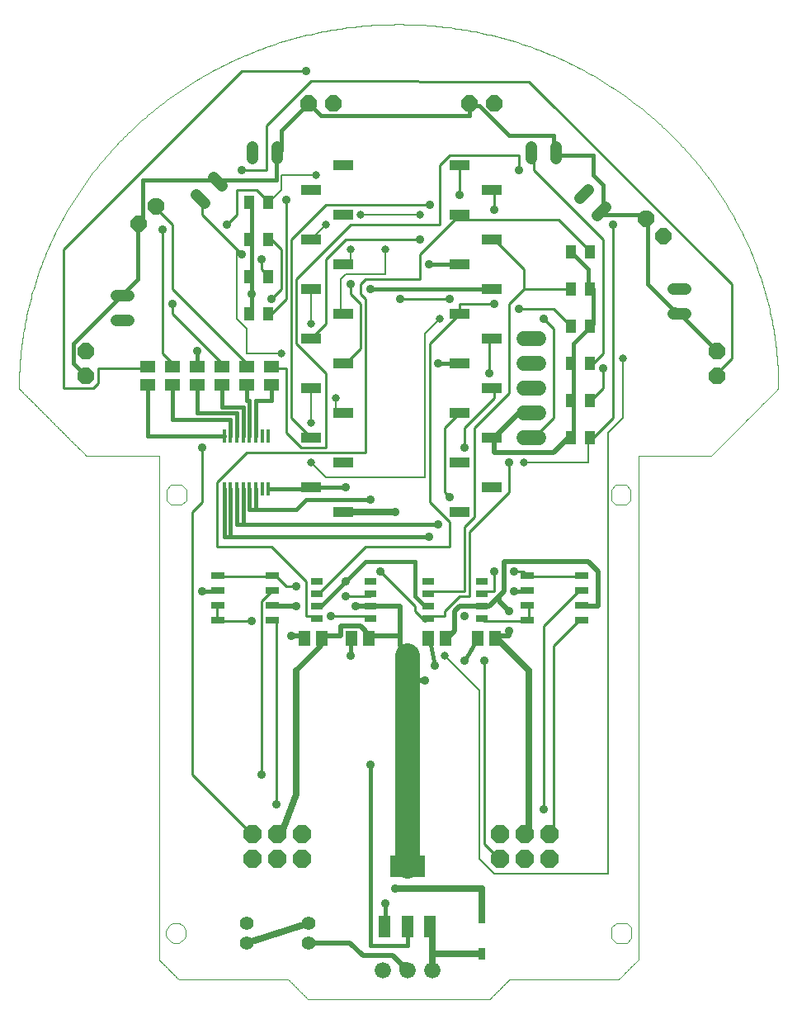
<source format=gtl>
G75*
G70*
%OFA0B0*%
%FSLAX24Y24*%
%IPPOS*%
%LPD*%
%AMOC8*
5,1,8,0,0,1.08239X$1,22.5*
%
%ADD10C,0.0000*%
%ADD11R,0.0500X0.0250*%
%ADD12R,0.0551X0.0315*%
%ADD13OC8,0.0740*%
%ADD14R,0.0512X0.0591*%
%ADD15C,0.0600*%
%ADD16C,0.0560*%
%ADD17C,0.0660*%
%ADD18R,0.0138X0.0563*%
%ADD19R,0.0630X0.0512*%
%ADD20OC8,0.0660*%
%ADD21C,0.0480*%
%ADD22R,0.0433X0.0551*%
%ADD23C,0.0132*%
%ADD24R,0.0790X0.0390*%
%ADD25R,0.0276X0.0472*%
%ADD26R,0.0480X0.0880*%
%ADD27R,0.1417X0.0866*%
%ADD28C,0.0160*%
%ADD29C,0.0356*%
%ADD30C,0.0150*%
%ADD31C,0.0360*%
%ADD32C,0.0200*%
%ADD33C,0.0100*%
%ADD34C,0.0250*%
%ADD35C,0.1000*%
%ADD36C,0.0500*%
%ADD37C,0.0080*%
%ADD38C,0.0320*%
D10*
X007661Y002111D02*
X007661Y022468D01*
X004701Y022468D01*
X004659Y022510D01*
X004617Y022553D01*
X004490Y022680D01*
X004448Y022722D01*
X004406Y022764D01*
X004363Y022806D01*
X004321Y022849D01*
X004279Y022891D01*
X004237Y022933D01*
X004152Y023018D01*
X004110Y023060D01*
X004067Y023102D01*
X003983Y023187D01*
X003941Y023229D01*
X003898Y023271D01*
X003856Y023313D01*
X003814Y023356D01*
X003772Y023398D01*
X003729Y023440D01*
X003687Y023482D01*
X003645Y023525D01*
X003603Y023567D01*
X003560Y023609D01*
X003476Y023694D01*
X003433Y023736D01*
X003391Y023778D01*
X003307Y023863D01*
X003264Y023905D01*
X003222Y023947D01*
X003180Y023990D01*
X003138Y024032D01*
X003095Y024074D01*
X003053Y024117D01*
X002969Y024201D01*
X002926Y024243D01*
X002884Y024286D01*
X002842Y024328D01*
X002799Y024370D01*
X002757Y024412D01*
X002715Y024455D01*
X002673Y024497D01*
X002630Y024539D01*
X002588Y024581D01*
X002546Y024624D01*
X002504Y024666D01*
X002461Y024708D01*
X002419Y024750D01*
X002377Y024793D01*
X002335Y024835D01*
X002292Y024877D01*
X002208Y024962D01*
X002166Y025004D01*
X002123Y025046D01*
X002081Y025089D01*
X002039Y025131D01*
X001996Y025173D01*
X001996Y025300D01*
X001998Y025426D01*
X002001Y025552D01*
X002005Y025679D01*
X002010Y025804D01*
X002016Y025930D01*
X002023Y026055D01*
X002031Y026180D01*
X002041Y026304D01*
X002051Y026429D01*
X002063Y026553D01*
X002076Y026676D01*
X002089Y026800D01*
X002103Y026923D01*
X002120Y027045D01*
X002136Y027168D01*
X002154Y027290D01*
X002173Y027412D01*
X002193Y027533D01*
X002214Y027655D01*
X002236Y027775D01*
X002259Y027896D01*
X002283Y028016D01*
X002308Y028136D01*
X002334Y028255D01*
X002361Y028374D01*
X002389Y028493D01*
X002418Y028611D01*
X002448Y028729D01*
X002480Y028847D01*
X002511Y028964D01*
X002544Y029081D01*
X002579Y029197D01*
X002613Y029314D01*
X002649Y029429D01*
X002686Y029544D01*
X002724Y029660D01*
X002763Y029774D01*
X002803Y029888D01*
X002843Y030002D01*
X002885Y030115D01*
X002928Y030227D01*
X002971Y030340D01*
X003015Y030452D01*
X003061Y030563D01*
X003107Y030674D01*
X003154Y030785D01*
X003203Y030895D01*
X003251Y031005D01*
X003301Y031114D01*
X003352Y031223D01*
X003404Y031331D01*
X003456Y031439D01*
X003510Y031546D01*
X003564Y031653D01*
X003619Y031760D01*
X003676Y031865D01*
X003732Y031971D01*
X003790Y032076D01*
X003849Y032180D01*
X003908Y032284D01*
X003968Y032387D01*
X004030Y032490D01*
X004092Y032593D01*
X004154Y032694D01*
X004218Y032795D01*
X004283Y032897D01*
X004348Y032997D01*
X004414Y033096D01*
X004481Y033196D01*
X004549Y033294D01*
X004618Y033392D01*
X004687Y033490D01*
X004757Y033586D01*
X004828Y033683D01*
X004900Y033779D01*
X004972Y033874D01*
X005119Y034063D01*
X005194Y034156D01*
X005270Y034248D01*
X005346Y034341D01*
X005423Y034433D01*
X005501Y034523D01*
X005580Y034614D01*
X005659Y034704D01*
X005739Y034793D01*
X005820Y034882D01*
X005901Y034970D01*
X006066Y035144D01*
X006150Y035230D01*
X006235Y035315D01*
X006319Y035400D01*
X006405Y035484D01*
X006492Y035567D01*
X006579Y035650D01*
X006667Y035732D01*
X006755Y035814D01*
X006844Y035895D01*
X006934Y035975D01*
X007025Y036054D01*
X007116Y036133D01*
X007208Y036211D01*
X007301Y036288D01*
X007393Y036365D01*
X007487Y036441D01*
X007582Y036516D01*
X007677Y036591D01*
X007772Y036665D01*
X007869Y036738D01*
X007966Y036810D01*
X008063Y036882D01*
X008162Y036952D01*
X008260Y037023D01*
X008360Y037092D01*
X008460Y037161D01*
X008560Y037229D01*
X008661Y037296D01*
X008764Y037362D01*
X008866Y037428D01*
X008969Y037493D01*
X009072Y037557D01*
X009176Y037621D01*
X009281Y037683D01*
X009386Y037745D01*
X009492Y037806D01*
X009598Y037866D01*
X009812Y037984D01*
X009920Y038042D01*
X010029Y038098D01*
X010138Y038155D01*
X010247Y038210D01*
X010358Y038264D01*
X010468Y038319D01*
X010579Y038372D01*
X010691Y038423D01*
X010803Y038475D01*
X010915Y038525D01*
X011029Y038574D01*
X011142Y038623D01*
X011256Y038671D01*
X011371Y038717D01*
X011486Y038764D01*
X011601Y038809D01*
X011717Y038853D01*
X011833Y038897D01*
X011950Y038939D01*
X012068Y038981D01*
X012185Y039022D01*
X012304Y039062D01*
X012541Y039139D01*
X012661Y039176D01*
X012781Y039212D01*
X012901Y039248D01*
X013022Y039282D01*
X013143Y039315D01*
X013265Y039348D01*
X013387Y039380D01*
X013509Y039410D01*
X013632Y039440D01*
X013755Y039469D01*
X013879Y039496D01*
X014003Y039524D01*
X014127Y039549D01*
X014252Y039574D01*
X014377Y039599D01*
X014502Y039621D01*
X014628Y039643D01*
X014754Y039665D01*
X014881Y039685D01*
X015008Y039703D01*
X015135Y039722D01*
X015262Y039739D01*
X015390Y039755D01*
X015518Y039770D01*
X015647Y039784D01*
X015776Y039797D01*
X015905Y039809D01*
X016034Y039820D01*
X016164Y039830D01*
X016294Y039839D01*
X016425Y039847D01*
X016555Y039854D01*
X016686Y039860D01*
X016817Y039865D01*
X016949Y039868D01*
X017081Y039871D01*
X017213Y039873D01*
X017345Y039873D01*
X017330Y039873D02*
X017462Y039873D01*
X017594Y039871D01*
X017726Y039868D01*
X017857Y039865D01*
X017989Y039860D01*
X018120Y039854D01*
X018250Y039847D01*
X018381Y039839D01*
X018511Y039830D01*
X018640Y039820D01*
X018770Y039809D01*
X018899Y039797D01*
X019028Y039784D01*
X019157Y039770D01*
X019285Y039755D01*
X019413Y039739D01*
X019540Y039722D01*
X019667Y039703D01*
X019794Y039685D01*
X019921Y039665D01*
X020047Y039643D01*
X020173Y039621D01*
X020298Y039599D01*
X020423Y039574D01*
X020548Y039549D01*
X020672Y039524D01*
X020796Y039496D01*
X020920Y039469D01*
X021043Y039440D01*
X021288Y039380D01*
X021410Y039348D01*
X021532Y039315D01*
X021653Y039282D01*
X021774Y039248D01*
X021894Y039212D01*
X022014Y039176D01*
X022134Y039139D01*
X022371Y039062D01*
X022490Y039022D01*
X022725Y038939D01*
X022842Y038897D01*
X022958Y038853D01*
X023074Y038809D01*
X023189Y038764D01*
X023304Y038717D01*
X023419Y038671D01*
X023533Y038623D01*
X023646Y038574D01*
X023760Y038525D01*
X023872Y038475D01*
X023984Y038423D01*
X024096Y038372D01*
X024207Y038319D01*
X024317Y038264D01*
X024428Y038210D01*
X024537Y038155D01*
X024646Y038098D01*
X024755Y038042D01*
X024863Y037984D01*
X025077Y037866D01*
X025183Y037806D01*
X025289Y037745D01*
X025394Y037683D01*
X025499Y037621D01*
X025603Y037557D01*
X025706Y037493D01*
X025809Y037428D01*
X025911Y037362D01*
X026013Y037296D01*
X026115Y037229D01*
X026215Y037161D01*
X026315Y037092D01*
X026415Y037023D01*
X026513Y036952D01*
X026612Y036882D01*
X026709Y036810D01*
X026806Y036738D01*
X026903Y036665D01*
X026998Y036591D01*
X027093Y036516D01*
X027188Y036441D01*
X027282Y036365D01*
X027374Y036288D01*
X027467Y036211D01*
X027559Y036133D01*
X027650Y036054D01*
X027741Y035975D01*
X027831Y035895D01*
X027920Y035814D01*
X028008Y035732D01*
X028096Y035650D01*
X028183Y035567D01*
X028270Y035484D01*
X028356Y035400D01*
X028440Y035315D01*
X028525Y035230D01*
X028609Y035144D01*
X028691Y035057D01*
X028774Y034970D01*
X028855Y034882D01*
X028936Y034793D01*
X029016Y034704D01*
X029095Y034614D01*
X029174Y034523D01*
X029252Y034433D01*
X029329Y034341D01*
X029405Y034248D01*
X029481Y034156D01*
X029556Y034063D01*
X029629Y033968D01*
X029703Y033874D01*
X029775Y033779D01*
X029918Y033586D01*
X029988Y033490D01*
X030057Y033392D01*
X030126Y033294D01*
X030194Y033196D01*
X030260Y033096D01*
X030327Y032997D01*
X030392Y032897D01*
X030521Y032694D01*
X030583Y032593D01*
X030645Y032490D01*
X030707Y032387D01*
X030767Y032284D01*
X030826Y032180D01*
X030885Y032076D01*
X030943Y031971D01*
X030999Y031865D01*
X031056Y031760D01*
X031111Y031653D01*
X031165Y031546D01*
X031219Y031439D01*
X031271Y031331D01*
X031323Y031223D01*
X031374Y031114D01*
X031424Y031005D01*
X031521Y030785D01*
X031568Y030674D01*
X031614Y030563D01*
X031660Y030452D01*
X031704Y030340D01*
X031790Y030115D01*
X031832Y030002D01*
X031872Y029888D01*
X031912Y029774D01*
X031951Y029660D01*
X031988Y029544D01*
X032026Y029429D01*
X032062Y029314D01*
X032096Y029197D01*
X032131Y029081D01*
X032164Y028964D01*
X032195Y028847D01*
X032227Y028729D01*
X032257Y028611D01*
X032285Y028493D01*
X032314Y028374D01*
X032341Y028255D01*
X032367Y028136D01*
X032392Y028016D01*
X032416Y027896D01*
X032439Y027775D01*
X032461Y027655D01*
X032482Y027533D01*
X032502Y027412D01*
X032521Y027290D01*
X032539Y027168D01*
X032555Y027045D01*
X032571Y026923D01*
X032586Y026800D01*
X032599Y026676D01*
X032612Y026553D01*
X032624Y026429D01*
X032634Y026304D01*
X032644Y026180D01*
X032652Y026055D01*
X032658Y025930D01*
X032665Y025804D01*
X032670Y025679D01*
X032673Y025552D01*
X032677Y025426D01*
X032678Y025300D01*
X032678Y025173D01*
X032636Y025131D01*
X032594Y025089D01*
X032552Y025046D01*
X032509Y025004D01*
X032467Y024962D01*
X032425Y024919D01*
X032383Y024877D01*
X032340Y024835D01*
X032298Y024793D01*
X032256Y024750D01*
X032213Y024708D01*
X032171Y024666D01*
X032129Y024624D01*
X032087Y024581D01*
X032044Y024539D01*
X031960Y024455D01*
X031918Y024412D01*
X031875Y024370D01*
X031791Y024286D01*
X031749Y024243D01*
X031706Y024201D01*
X031664Y024159D01*
X031622Y024117D01*
X031579Y024074D01*
X031537Y024032D01*
X031495Y023990D01*
X031453Y023947D01*
X031410Y023905D01*
X031368Y023863D01*
X031326Y023821D01*
X031284Y023778D01*
X031241Y023736D01*
X031199Y023694D01*
X031157Y023652D01*
X031115Y023609D01*
X031030Y023525D01*
X030988Y023482D01*
X030946Y023440D01*
X030903Y023398D01*
X030861Y023356D01*
X030819Y023313D01*
X030777Y023271D01*
X030734Y023229D01*
X030692Y023187D01*
X030650Y023144D01*
X030607Y023102D01*
X030565Y023060D01*
X030523Y023018D01*
X030481Y022975D01*
X030438Y022933D01*
X030396Y022891D01*
X030354Y022849D01*
X030269Y022764D01*
X030227Y022722D01*
X030185Y022680D01*
X030143Y022637D01*
X030100Y022595D01*
X030058Y022553D01*
X030016Y022510D01*
X029973Y022468D01*
X027014Y022468D01*
X027014Y002111D01*
X027001Y002099D01*
X026989Y002087D01*
X026965Y002062D01*
X026952Y002050D01*
X026940Y002038D01*
X026928Y002025D01*
X026903Y002001D01*
X026891Y001989D01*
X026879Y001976D01*
X026854Y001952D01*
X026842Y001940D01*
X026830Y001927D01*
X026817Y001915D01*
X026805Y001903D01*
X026793Y001890D01*
X026756Y001854D01*
X026744Y001842D01*
X026732Y001829D01*
X026707Y001805D01*
X026695Y001792D01*
X026683Y001780D01*
X026646Y001743D01*
X026634Y001731D01*
X026621Y001719D01*
X026609Y001707D01*
X026597Y001694D01*
X026572Y001670D01*
X026560Y001658D01*
X026548Y001645D01*
X026536Y001633D01*
X026511Y001609D01*
X026499Y001596D01*
X026486Y001584D01*
X026474Y001572D01*
X026462Y001560D01*
X026450Y001547D01*
X026437Y001535D01*
X026425Y001523D01*
X026413Y001511D01*
X026401Y001498D01*
X026388Y001486D01*
X026352Y001449D01*
X026339Y001437D01*
X026315Y001413D01*
X026303Y001400D01*
X026266Y001364D01*
X026254Y001351D01*
X026241Y001339D01*
X026229Y001327D01*
X021812Y001327D01*
X021799Y001314D01*
X021787Y001301D01*
X021774Y001288D01*
X021761Y001276D01*
X021748Y001263D01*
X021735Y001250D01*
X021722Y001237D01*
X021697Y001211D01*
X021684Y001198D01*
X021658Y001173D01*
X021645Y001160D01*
X021633Y001147D01*
X021620Y001134D01*
X021594Y001109D01*
X021581Y001096D01*
X021568Y001083D01*
X021543Y001057D01*
X021517Y001032D01*
X021491Y001006D01*
X021479Y000993D01*
X021466Y000980D01*
X021453Y000968D01*
X021440Y000955D01*
X021427Y000942D01*
X021414Y000929D01*
X021389Y000903D01*
X021376Y000891D01*
X021363Y000878D01*
X021350Y000865D01*
X021337Y000852D01*
X021325Y000839D01*
X021312Y000826D01*
X021286Y000801D01*
X021261Y000775D01*
X021235Y000750D01*
X021222Y000737D01*
X021209Y000724D01*
X021184Y000698D01*
X021171Y000685D01*
X021158Y000672D01*
X021132Y000647D01*
X021107Y000621D01*
X021094Y000608D01*
X021081Y000596D01*
X021068Y000583D01*
X021055Y000570D01*
X021042Y000557D01*
X021030Y000544D01*
X021017Y000531D01*
X021004Y000519D01*
X020991Y000506D01*
X013684Y000506D01*
X013671Y000519D01*
X013658Y000531D01*
X013645Y000544D01*
X013632Y000557D01*
X013620Y000570D01*
X013607Y000583D01*
X013594Y000596D01*
X013581Y000608D01*
X013568Y000621D01*
X013555Y000634D01*
X013543Y000647D01*
X013530Y000660D01*
X013517Y000672D01*
X013504Y000685D01*
X013491Y000698D01*
X013478Y000711D01*
X013466Y000724D01*
X013453Y000737D01*
X013440Y000750D01*
X013414Y000775D01*
X013401Y000788D01*
X013389Y000801D01*
X013376Y000814D01*
X013363Y000826D01*
X013337Y000852D01*
X013325Y000865D01*
X013312Y000878D01*
X013299Y000891D01*
X013286Y000903D01*
X013273Y000916D01*
X013260Y000929D01*
X013247Y000942D01*
X013222Y000968D01*
X013209Y000980D01*
X013196Y000993D01*
X013183Y001006D01*
X013171Y001019D01*
X013158Y001032D01*
X013145Y001045D01*
X013132Y001057D01*
X013106Y001083D01*
X013094Y001096D01*
X013081Y001109D01*
X013055Y001134D01*
X013042Y001147D01*
X013029Y001160D01*
X013017Y001173D01*
X013004Y001186D01*
X012991Y001198D01*
X012978Y001211D01*
X012965Y001224D01*
X012952Y001237D01*
X012940Y001250D01*
X012927Y001263D01*
X012914Y001276D01*
X012901Y001288D01*
X012888Y001301D01*
X012875Y001314D01*
X012863Y001327D01*
X008446Y001327D01*
X008434Y001339D01*
X008421Y001351D01*
X008409Y001364D01*
X008372Y001400D01*
X008360Y001413D01*
X008348Y001425D01*
X008335Y001437D01*
X008323Y001449D01*
X008299Y001474D01*
X008286Y001486D01*
X008274Y001498D01*
X008262Y001511D01*
X008250Y001523D01*
X008237Y001535D01*
X008225Y001547D01*
X008213Y001560D01*
X008201Y001572D01*
X008188Y001584D01*
X008176Y001596D01*
X008164Y001609D01*
X008139Y001633D01*
X008127Y001645D01*
X008115Y001658D01*
X008078Y001694D01*
X008066Y001707D01*
X008041Y001731D01*
X008029Y001743D01*
X007992Y001780D01*
X007980Y001792D01*
X007968Y001805D01*
X007943Y001829D01*
X007931Y001842D01*
X007919Y001854D01*
X007882Y001890D01*
X007870Y001903D01*
X007857Y001915D01*
X007845Y001927D01*
X007833Y001940D01*
X007821Y001952D01*
X007796Y001976D01*
X007784Y001989D01*
X007772Y002001D01*
X007747Y002025D01*
X007735Y002038D01*
X007723Y002050D01*
X007710Y002062D01*
X007686Y002087D01*
X007674Y002099D01*
X007661Y002111D01*
X008130Y002844D02*
X008059Y002915D01*
X007988Y002987D01*
X007943Y003085D01*
X007943Y003302D01*
X007988Y003401D01*
X008059Y003472D01*
X008130Y003543D01*
X008228Y003587D01*
X008446Y003587D01*
X008544Y003543D01*
X008616Y003472D01*
X008687Y003401D01*
X008731Y003302D01*
X008731Y003085D01*
X008687Y002987D01*
X008616Y002915D01*
X008544Y002844D01*
X008446Y002800D01*
X008228Y002800D01*
X008130Y002844D01*
X008143Y020491D02*
X007966Y020667D01*
X007966Y021102D01*
X008143Y021278D01*
X008578Y021278D01*
X008754Y021102D01*
X008754Y020667D01*
X008578Y020491D01*
X008143Y020491D01*
X025921Y020667D02*
X025921Y021102D01*
X026097Y021278D01*
X026532Y021278D01*
X026708Y021102D01*
X026708Y020667D01*
X026532Y020491D01*
X026097Y020491D01*
X025921Y020667D01*
X026120Y003587D02*
X025944Y003411D01*
X025944Y002976D01*
X026120Y002800D01*
X026555Y002800D01*
X026731Y002976D01*
X026731Y003411D01*
X026555Y003587D01*
X026120Y003587D01*
D11*
X020680Y015880D03*
X020680Y016380D03*
X020680Y016880D03*
X020680Y017380D03*
X018520Y017380D03*
X018520Y016880D03*
X018520Y016380D03*
X018520Y015880D03*
X016180Y015880D03*
X016180Y016380D03*
X016180Y016880D03*
X016180Y017380D03*
X014020Y017380D03*
X014020Y016880D03*
X014020Y016380D03*
X014020Y015880D03*
D12*
X012241Y015806D03*
X012241Y016408D03*
X012241Y017011D03*
X012241Y017613D03*
X010036Y017613D03*
X010036Y017011D03*
X010036Y016408D03*
X010036Y015806D03*
X022536Y015806D03*
X022536Y016408D03*
X022536Y017011D03*
X022536Y017613D03*
X024741Y017613D03*
X024741Y017011D03*
X024741Y016408D03*
X024741Y015806D03*
D13*
X023430Y007180D03*
X023430Y006180D03*
X022430Y006180D03*
X022430Y007180D03*
X021430Y007180D03*
X021430Y006180D03*
X013430Y006180D03*
X013430Y007180D03*
X012430Y007180D03*
X012430Y006180D03*
X011430Y006180D03*
X011430Y007180D03*
D14*
X013545Y015080D03*
X014215Y015080D03*
X015445Y015080D03*
X016115Y015080D03*
X018545Y015080D03*
X019215Y015080D03*
X020545Y015080D03*
X021215Y015080D03*
D15*
X022380Y023180D02*
X022980Y023180D01*
X022980Y024180D02*
X022380Y024180D01*
X022380Y025180D02*
X022980Y025180D01*
X022980Y026180D02*
X022380Y026180D01*
X022380Y027180D02*
X022980Y027180D01*
D16*
X013680Y003574D03*
X013680Y002786D03*
X011180Y002786D03*
X011180Y003574D03*
D17*
X016680Y001680D03*
X017680Y001680D03*
X018680Y001680D03*
D18*
X012076Y021117D03*
X011820Y021117D03*
X011564Y021117D03*
X011308Y021117D03*
X011052Y021117D03*
X010796Y021117D03*
X010540Y021117D03*
X010284Y021117D03*
X010284Y023243D03*
X010540Y023243D03*
X010796Y023243D03*
X011052Y023243D03*
X011308Y023243D03*
X011564Y023243D03*
X011820Y023243D03*
X012076Y023243D03*
D19*
X012180Y025306D03*
X012180Y026054D03*
X011180Y026054D03*
X011180Y025306D03*
X010180Y025306D03*
X010180Y026054D03*
X009180Y026054D03*
X009180Y025306D03*
X008180Y025306D03*
X008180Y026054D03*
X007180Y026054D03*
X007180Y025306D03*
D20*
X004680Y025680D03*
X004680Y026680D03*
X013680Y036680D03*
X014680Y036680D03*
X020180Y036680D03*
X021180Y036680D03*
X030180Y026680D03*
X030180Y025680D03*
D21*
X028920Y028180D02*
X028440Y028180D01*
X028440Y029180D02*
X028920Y029180D01*
X025703Y032496D02*
X025364Y032157D01*
X024657Y032864D02*
X024996Y033203D01*
X023680Y034440D02*
X023680Y034920D01*
X022680Y034920D02*
X022680Y034440D01*
X012430Y034440D02*
X012430Y034920D01*
X011430Y034920D02*
X011430Y034440D01*
X010203Y033364D02*
X009864Y033703D01*
X009157Y032996D02*
X009496Y032657D01*
X006420Y028930D02*
X005940Y028930D01*
X005940Y027930D02*
X006420Y027930D01*
D22*
X011286Y028180D03*
X012074Y028180D03*
X012074Y029680D03*
X011286Y029680D03*
X011286Y031180D03*
X012074Y031180D03*
X012074Y032680D03*
X011286Y032680D03*
X024286Y030680D03*
X025074Y030680D03*
X025074Y029180D03*
X024286Y029180D03*
X024286Y027680D03*
X025074Y027680D03*
X025074Y026180D03*
X024286Y026180D03*
X024286Y024680D03*
X025074Y024680D03*
X025074Y023180D03*
X024286Y023180D03*
D23*
X028077Y031129D02*
X028143Y031063D01*
X027925Y031063D01*
X027771Y031217D01*
X027771Y031435D01*
X027925Y031589D01*
X028143Y031589D01*
X028297Y031435D01*
X028297Y031217D01*
X028143Y031063D01*
X028102Y031162D01*
X027966Y031162D01*
X027870Y031258D01*
X027870Y031394D01*
X027966Y031490D01*
X028102Y031490D01*
X028198Y031394D01*
X028198Y031258D01*
X028102Y031162D01*
X028061Y031261D01*
X028007Y031261D01*
X027969Y031299D01*
X027969Y031353D01*
X028007Y031391D01*
X028061Y031391D01*
X028099Y031353D01*
X028099Y031299D01*
X028061Y031261D01*
X027369Y031837D02*
X027435Y031771D01*
X027217Y031771D01*
X027063Y031925D01*
X027063Y032143D01*
X027217Y032297D01*
X027435Y032297D01*
X027589Y032143D01*
X027589Y031925D01*
X027435Y031771D01*
X027394Y031870D01*
X027258Y031870D01*
X027162Y031966D01*
X027162Y032102D01*
X027258Y032198D01*
X027394Y032198D01*
X027490Y032102D01*
X027490Y031966D01*
X027394Y031870D01*
X027353Y031969D01*
X027299Y031969D01*
X027261Y032007D01*
X027261Y032061D01*
X027299Y032099D01*
X027353Y032099D01*
X027391Y032061D01*
X027391Y032007D01*
X027353Y031969D01*
X007731Y032577D02*
X007797Y032643D01*
X007797Y032425D01*
X007643Y032271D01*
X007425Y032271D01*
X007271Y032425D01*
X007271Y032643D01*
X007425Y032797D01*
X007643Y032797D01*
X007797Y032643D01*
X007698Y032602D01*
X007698Y032466D01*
X007602Y032370D01*
X007466Y032370D01*
X007370Y032466D01*
X007370Y032602D01*
X007466Y032698D01*
X007602Y032698D01*
X007698Y032602D01*
X007599Y032561D01*
X007599Y032507D01*
X007561Y032469D01*
X007507Y032469D01*
X007469Y032507D01*
X007469Y032561D01*
X007507Y032599D01*
X007561Y032599D01*
X007599Y032561D01*
X007023Y031869D02*
X007089Y031935D01*
X007089Y031717D01*
X006935Y031563D01*
X006717Y031563D01*
X006563Y031717D01*
X006563Y031935D01*
X006717Y032089D01*
X006935Y032089D01*
X007089Y031935D01*
X006990Y031894D01*
X006990Y031758D01*
X006894Y031662D01*
X006758Y031662D01*
X006662Y031758D01*
X006662Y031894D01*
X006758Y031990D01*
X006894Y031990D01*
X006990Y031894D01*
X006891Y031853D01*
X006891Y031799D01*
X006853Y031761D01*
X006799Y031761D01*
X006761Y031799D01*
X006761Y031853D01*
X006799Y031891D01*
X006853Y031891D01*
X006891Y031853D01*
D24*
X013780Y031180D03*
X015080Y030180D03*
X013780Y029180D03*
X015080Y028180D03*
X013780Y027180D03*
X015080Y026180D03*
X013780Y025180D03*
X015080Y024180D03*
X013780Y023180D03*
X015080Y022180D03*
X013780Y021180D03*
X015080Y020180D03*
X019780Y020180D03*
X021080Y021180D03*
X019780Y022180D03*
X021080Y023180D03*
X019780Y024180D03*
X021080Y025180D03*
X019780Y026180D03*
X021080Y027180D03*
X019780Y028180D03*
X021080Y029180D03*
X019780Y030180D03*
X021080Y031180D03*
X019780Y032180D03*
X021080Y033180D03*
X019780Y034180D03*
X015080Y034180D03*
X013780Y033180D03*
X015080Y032180D03*
D25*
X020680Y003808D03*
X020680Y002352D03*
D26*
X018590Y003460D03*
X017680Y003460D03*
X016770Y003460D03*
D27*
X017680Y005900D03*
D28*
X016780Y004380D02*
X016780Y003580D01*
X016180Y004055D02*
X016180Y002680D01*
X017680Y002680D01*
X017680Y003580D01*
X017780Y003580D01*
X018590Y003460D02*
X018680Y003460D01*
X018780Y013980D02*
X018580Y014980D01*
X019980Y014180D02*
X020545Y015080D01*
X018555Y019180D02*
X010540Y019180D01*
X010305Y019180D01*
X010305Y019492D01*
X010284Y021117D01*
X010540Y021117D02*
X010540Y019180D01*
X010805Y019680D02*
X011055Y019680D01*
X011055Y021117D01*
X011052Y021117D01*
X010805Y021117D02*
X010805Y019680D01*
X011055Y019680D02*
X018930Y019680D01*
X016180Y020680D02*
X013580Y020680D01*
X013180Y020280D01*
X011555Y020280D01*
X011555Y021117D01*
X011564Y021117D01*
X011308Y021117D02*
X011305Y021117D01*
X011305Y020280D01*
X011555Y020280D01*
X012076Y021117D02*
X013780Y021117D01*
X013780Y021180D01*
X015180Y021180D01*
X012180Y024680D02*
X011564Y024680D01*
X011564Y023243D01*
X011308Y023243D02*
X011308Y024680D01*
X011180Y024680D01*
X011180Y025306D01*
X011052Y024430D02*
X011052Y023243D01*
X010796Y023243D02*
X010796Y024180D01*
X009180Y024180D01*
X009180Y025306D01*
X009180Y026054D02*
X009180Y026680D01*
X008180Y025306D02*
X008180Y023930D01*
X010540Y023930D01*
X010540Y023243D01*
X010284Y023243D02*
X007180Y023243D01*
X007180Y025306D01*
X010180Y025306D02*
X010180Y024430D01*
X011052Y024430D01*
X012180Y024680D02*
X012180Y025306D01*
X010805Y021117D02*
X010796Y021117D01*
X015380Y014980D02*
X015380Y014380D01*
X018930Y026180D02*
X019780Y026180D01*
X020580Y029180D02*
X020680Y029180D01*
X020580Y029180D02*
X016180Y029180D01*
X018555Y030180D02*
X019780Y030180D01*
X028380Y028380D02*
X028480Y028380D01*
X028680Y028180D01*
X030180Y026680D01*
D29*
X019980Y014180D03*
X018780Y013980D03*
X015380Y014380D03*
X018555Y019180D03*
X018930Y019680D03*
X017180Y020180D03*
X016180Y020680D03*
X015180Y021180D03*
X018930Y026180D03*
X016180Y029180D03*
X018555Y030180D03*
X009180Y026680D03*
X017180Y004980D03*
X016780Y004380D03*
D30*
X016180Y004055D02*
X016180Y003980D01*
X016180Y004055D02*
X016180Y009980D01*
X012580Y007180D02*
X012430Y007180D01*
X016780Y003580D02*
X016770Y003460D01*
X017680Y003460D02*
X017780Y003580D01*
X018380Y016380D02*
X018520Y016380D01*
X018380Y016380D02*
X017980Y016780D01*
X017980Y018180D01*
X015980Y018180D01*
X015180Y017380D01*
X014180Y016380D01*
X014020Y016380D01*
X010036Y017011D02*
X009980Y016980D01*
X009380Y016980D01*
X004680Y025680D02*
X004180Y026180D01*
X004180Y026980D01*
X006180Y028980D01*
X006180Y028930D01*
X006180Y028980D02*
X006780Y029580D01*
X006780Y031780D01*
X006826Y031826D01*
X006980Y031980D01*
X006980Y033580D01*
X009980Y033580D01*
X010034Y033534D01*
X010180Y033580D01*
X012380Y033580D01*
X012380Y034580D01*
X012430Y034680D01*
X012580Y034780D01*
X012580Y035580D01*
X013680Y036680D01*
X014180Y036180D01*
X020180Y036180D01*
X020180Y036580D01*
X020180Y036680D01*
X020180Y036580D02*
X020580Y036580D01*
X021780Y035380D01*
X023580Y035380D01*
X023580Y034780D01*
X023680Y034680D01*
X023780Y034580D01*
X025180Y034580D01*
X025180Y033780D01*
X025580Y033380D01*
X025580Y032380D01*
X025534Y032326D01*
X025580Y032180D01*
X027180Y032180D01*
X027326Y032034D01*
X027380Y031980D01*
X027380Y029380D01*
X028380Y028380D01*
X025180Y027780D02*
X025074Y027680D01*
X024980Y027580D01*
X024380Y026980D01*
X024380Y026180D01*
X024286Y026180D01*
X024380Y026180D02*
X024380Y024780D01*
X024286Y024680D01*
X024380Y024580D01*
X024380Y023180D01*
X024286Y023180D01*
X025180Y027780D02*
X025180Y029180D01*
X025074Y029180D01*
X024980Y029180D01*
X024980Y029980D01*
X024380Y030580D01*
X024286Y030680D01*
X022536Y017011D02*
X022380Y016980D01*
X021980Y016980D01*
X011380Y028180D02*
X011286Y028180D01*
X011380Y028180D02*
X011380Y028980D01*
X011380Y029580D01*
X011286Y029680D01*
X011380Y029780D01*
X011380Y031180D01*
X011286Y031180D01*
X011380Y031180D02*
X011380Y032580D01*
X011286Y032680D01*
D31*
X010380Y031780D03*
X010980Y030580D03*
X011780Y030380D03*
X011380Y028980D03*
X012180Y028780D03*
X015380Y029380D03*
X017380Y028780D03*
X019380Y028780D03*
X021180Y028580D03*
X022180Y028380D03*
X023180Y027980D03*
X020980Y025780D03*
X019980Y022780D03*
X021780Y022180D03*
X019380Y020780D03*
X021180Y017780D03*
X021980Y017780D03*
X021980Y016980D03*
X021780Y016180D03*
X021780Y015380D03*
X020780Y014180D03*
X019980Y015980D03*
X018380Y013380D03*
X016180Y009980D03*
X012380Y008380D03*
X011780Y009580D03*
X012980Y015180D03*
X013180Y016380D03*
X013180Y017180D03*
X014580Y015980D03*
X015180Y016780D03*
X015180Y017380D03*
X015580Y016380D03*
X016580Y017780D03*
X011380Y015780D03*
X009380Y016980D03*
X009380Y022780D03*
X008180Y028580D03*
X007780Y031580D03*
X010980Y033980D03*
X012780Y032780D03*
X013580Y037980D03*
X018580Y032580D03*
X018180Y031180D03*
X019780Y032980D03*
X021180Y032380D03*
X022180Y033980D03*
X025980Y031780D03*
X025580Y025980D03*
X023180Y008180D03*
D32*
X022580Y007180D02*
X022430Y007180D01*
X017080Y002280D02*
X017580Y001780D01*
X017080Y002280D02*
X015880Y002280D01*
X015374Y002786D01*
X013680Y002786D01*
X017680Y013380D02*
X018380Y013380D01*
X017680Y014380D02*
X017380Y014780D01*
X017380Y015180D01*
X016180Y015180D01*
X016115Y015080D01*
X015980Y015180D01*
X015980Y015380D01*
X015780Y015580D01*
X014980Y015580D01*
X014980Y015180D01*
X014380Y015180D01*
X014215Y015080D01*
X014180Y014980D01*
X014180Y014780D01*
X013180Y013780D01*
X013545Y015080D02*
X013380Y015180D01*
X012980Y015180D01*
X013180Y016380D02*
X012380Y016380D01*
X012241Y016408D01*
X015380Y014980D02*
X015445Y015080D01*
X015580Y016380D02*
X016180Y016380D01*
X017380Y016380D01*
X017380Y015180D01*
X018545Y015080D02*
X018580Y014980D01*
X019215Y015080D02*
X019380Y015180D01*
X019580Y015380D01*
X019580Y016180D01*
X019780Y016380D01*
X020680Y016380D01*
X020980Y016380D01*
X021380Y016780D01*
X021380Y016580D01*
X021780Y016180D01*
X021380Y016780D02*
X021580Y016980D01*
X021580Y018180D01*
X024980Y018180D01*
X025380Y017780D01*
X025380Y016380D01*
X024780Y016380D01*
X024741Y016408D01*
X021780Y015380D02*
X021780Y015180D01*
X021380Y015180D01*
X021215Y015080D01*
X021380Y014980D01*
X021180Y022580D02*
X021180Y023180D01*
X021080Y023180D01*
X021180Y023180D02*
X022180Y024180D01*
X022680Y024180D01*
X024180Y023180D02*
X023580Y022580D01*
X021180Y022580D01*
X024180Y023180D02*
X024286Y023180D01*
D33*
X023580Y023980D02*
X022780Y023180D01*
X022680Y023180D01*
X021780Y022180D02*
X021780Y020980D01*
X020180Y019380D01*
X020180Y016780D01*
X019780Y016780D01*
X019180Y016180D01*
X019180Y015980D01*
X018580Y015980D01*
X018520Y015880D01*
X018380Y015780D01*
X017980Y016180D01*
X017980Y016380D01*
X016580Y017780D01*
X016180Y016880D02*
X016180Y016780D01*
X015180Y016780D01*
X014580Y015980D02*
X016180Y015980D01*
X016180Y015880D01*
X014020Y015880D02*
X013980Y015980D01*
X013580Y015980D01*
X013580Y017380D01*
X012180Y018780D01*
X009980Y018780D01*
X009980Y021380D01*
X011180Y022580D01*
X015980Y022580D01*
X015980Y028780D01*
X015780Y028980D01*
X015780Y029380D01*
X015980Y029580D01*
X018180Y029580D01*
X018180Y030580D01*
X019580Y031980D01*
X023780Y031980D01*
X024980Y030780D01*
X025074Y030680D01*
X025580Y031180D02*
X022780Y033980D01*
X022780Y034580D01*
X022680Y034680D01*
X022180Y034580D02*
X022180Y033980D01*
X022180Y034580D02*
X019380Y034580D01*
X018980Y034180D01*
X018980Y031780D01*
X015380Y031780D01*
X013180Y029580D01*
X013180Y026980D01*
X014380Y025780D01*
X014380Y022780D01*
X013380Y022780D01*
X012780Y023380D01*
X012780Y025980D01*
X012180Y025980D01*
X012180Y026054D01*
X011180Y026054D02*
X011180Y026180D01*
X008180Y029180D01*
X008180Y031780D01*
X007580Y032380D01*
X007534Y032534D01*
X007780Y031580D02*
X007780Y026580D01*
X008180Y026180D01*
X008180Y026054D01*
X007180Y026054D02*
X007180Y025980D01*
X005180Y025980D01*
X005180Y025380D01*
X004980Y025180D01*
X003780Y025180D01*
X003780Y030780D01*
X010980Y037980D01*
X013580Y037980D01*
X013780Y037580D02*
X022605Y037555D01*
X030780Y029380D01*
X030780Y026380D01*
X030180Y025780D01*
X030180Y025680D01*
X025980Y023980D02*
X025980Y031780D01*
X025580Y031180D02*
X025580Y026580D01*
X025180Y026180D01*
X025074Y026180D01*
X025580Y025980D02*
X025580Y025180D01*
X025180Y024780D01*
X025074Y024680D01*
X025980Y023980D02*
X025180Y023180D01*
X025074Y023180D01*
X023580Y023980D02*
X023580Y027580D01*
X023180Y027980D01*
X023580Y028380D02*
X022180Y028380D01*
X021780Y028580D02*
X022380Y029180D01*
X022380Y029980D01*
X021180Y031180D01*
X021080Y031180D01*
X021180Y032380D02*
X021180Y033180D01*
X021080Y033180D01*
X019780Y032980D02*
X019780Y034180D01*
X018580Y032580D02*
X014380Y032580D01*
X012980Y031180D01*
X012980Y023980D01*
X013780Y023180D01*
X015080Y026180D02*
X015180Y026180D01*
X015780Y026780D01*
X015780Y028580D01*
X015380Y028980D01*
X015380Y029380D01*
X014380Y030380D02*
X015180Y031180D01*
X018180Y031180D01*
X019580Y031980D02*
X019780Y032180D01*
X020580Y029180D02*
X021080Y029180D01*
X021180Y028580D02*
X019780Y028580D01*
X019780Y028180D01*
X018580Y026980D01*
X018580Y020580D01*
X019380Y019780D01*
X019380Y018780D01*
X015980Y018780D01*
X014180Y016980D01*
X014020Y016880D01*
X013180Y017180D02*
X012780Y017180D01*
X012380Y017580D01*
X012241Y017613D01*
X012180Y017580D01*
X010180Y017580D01*
X010036Y017613D01*
X010036Y016408D02*
X009980Y016380D01*
X009980Y015780D01*
X010036Y015806D01*
X010180Y015780D01*
X011380Y015780D01*
X011780Y016580D02*
X011780Y009580D01*
X012380Y008380D02*
X012380Y015780D01*
X012241Y015806D01*
X011780Y016580D02*
X012180Y016980D01*
X012241Y017011D01*
X008980Y020180D02*
X009380Y020580D01*
X009380Y022780D01*
X008980Y020180D02*
X008980Y009580D01*
X011380Y007180D01*
X011430Y007180D01*
X018520Y016880D02*
X018580Y016980D01*
X019980Y016980D01*
X019980Y019580D01*
X020380Y019980D01*
X020380Y023580D01*
X021780Y024980D01*
X021780Y028580D01*
X022380Y029180D02*
X024286Y029180D01*
X023580Y028380D02*
X024180Y027780D01*
X024286Y027680D01*
X021080Y027180D02*
X020980Y027180D01*
X020980Y025780D01*
X021080Y025180D02*
X021180Y025180D01*
X021180Y024780D01*
X019980Y023580D01*
X019980Y022780D01*
X019180Y023580D02*
X019180Y020980D01*
X019380Y020780D01*
X019180Y023580D02*
X019780Y024180D01*
X019380Y028780D02*
X017380Y028780D01*
X014380Y027780D02*
X014380Y030380D01*
X012580Y030780D02*
X012580Y029180D01*
X012180Y028780D01*
X012180Y028180D02*
X012074Y028180D01*
X012180Y028180D02*
X012780Y028780D01*
X012780Y032780D01*
X012074Y032680D02*
X011980Y032780D01*
X011580Y033180D01*
X010780Y033180D01*
X010780Y032180D01*
X010380Y031780D01*
X010780Y030780D02*
X010980Y030580D01*
X010780Y030780D02*
X009380Y032180D01*
X009380Y032780D01*
X009326Y032826D01*
X010980Y033980D02*
X011980Y033980D01*
X011980Y035780D01*
X013780Y037580D01*
X012180Y031180D02*
X012074Y031180D01*
X012180Y031180D02*
X012580Y030780D01*
X011780Y030380D02*
X011780Y029980D01*
X011980Y029780D01*
X012074Y029680D01*
X014380Y027780D02*
X013780Y027180D01*
X010180Y026180D02*
X010180Y026054D01*
X010180Y026180D02*
X008180Y028180D01*
X008180Y028580D01*
X020680Y016880D02*
X020780Y016980D01*
X021180Y016980D01*
X021180Y017780D01*
X021980Y017780D02*
X022380Y017780D01*
X022380Y017580D01*
X022536Y017613D01*
X022580Y017580D01*
X024580Y017580D01*
X024741Y017613D01*
X024741Y017011D02*
X024580Y016980D01*
X023180Y015580D01*
X023180Y008180D01*
X023430Y007180D02*
X023580Y007180D01*
X023580Y014780D01*
X024580Y015780D01*
X024741Y015806D01*
X022580Y015780D02*
X022536Y015806D01*
X022380Y015780D01*
X020780Y015780D01*
X020680Y015880D01*
X020780Y014180D02*
X020780Y006780D01*
X021380Y006180D01*
X021430Y006180D01*
X022580Y015780D02*
X022580Y016380D01*
X022536Y016408D01*
D34*
X021380Y014980D02*
X022580Y013780D01*
X022580Y007180D01*
X020680Y004980D02*
X017180Y004980D01*
X018680Y003460D02*
X018680Y002352D01*
X018680Y001680D01*
X018680Y002352D02*
X020680Y002352D01*
X020680Y003808D02*
X020680Y004980D01*
X013680Y003574D02*
X011180Y002786D01*
X012580Y007180D02*
X013180Y008780D01*
X013180Y013780D01*
X015080Y020180D02*
X017180Y020180D01*
D35*
X017680Y014380D02*
X017680Y013380D01*
X017680Y005900D01*
D36*
X017580Y001780D02*
X017680Y001680D01*
D37*
X021180Y005580D02*
X025780Y005580D01*
X025780Y023380D01*
X026380Y023980D01*
X026380Y026380D01*
X025074Y023180D02*
X024980Y023180D01*
X024980Y022180D01*
X022380Y022180D01*
X018380Y021580D02*
X018380Y027380D01*
X018980Y027980D01*
X016780Y029780D02*
X016780Y030780D01*
X016780Y029780D02*
X015180Y029780D01*
X014980Y029580D01*
X014980Y028180D01*
X015080Y028180D01*
X013780Y027780D02*
X013780Y029180D01*
X015080Y030180D02*
X015180Y030180D01*
X015380Y030380D01*
X015380Y030780D01*
X014380Y031780D02*
X013780Y031180D01*
X012180Y032780D02*
X012580Y033180D01*
X012580Y033780D01*
X013980Y033780D01*
X015780Y032180D02*
X018180Y032180D01*
X012580Y026580D02*
X011180Y026580D01*
X011180Y027580D01*
X010780Y027980D01*
X010780Y030780D01*
X012074Y032680D02*
X012180Y032780D01*
X013780Y025180D02*
X013780Y023780D01*
X014780Y024380D02*
X014780Y024780D01*
X014780Y024380D02*
X014980Y024180D01*
X015080Y024180D01*
X013780Y022180D02*
X014380Y021580D01*
X018380Y021580D01*
X019180Y014380D02*
X020580Y012980D01*
X020580Y006180D01*
X021180Y005580D01*
D38*
X019180Y014380D03*
X022380Y022180D03*
X026380Y026380D03*
X018980Y027980D03*
X016780Y030780D03*
X015780Y032180D03*
X015380Y030780D03*
X014380Y031780D03*
X013980Y033780D03*
X018180Y032180D03*
X013780Y027780D03*
X012580Y026580D03*
X014780Y024780D03*
X013780Y023780D03*
X013780Y022180D03*
M02*

</source>
